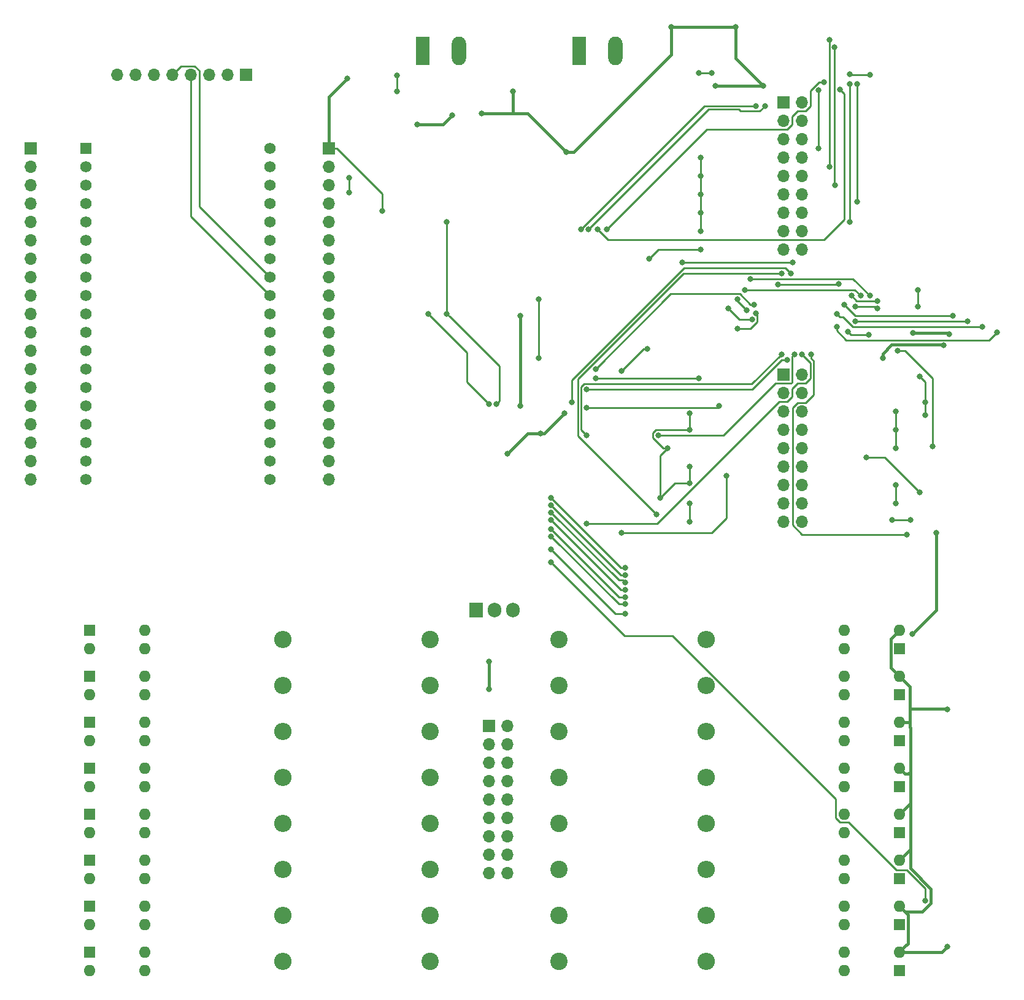
<source format=gbr>
G04 #@! TF.GenerationSoftware,KiCad,Pcbnew,(5.1.4)-1*
G04 #@! TF.CreationDate,2019-12-26T01:30:00-05:00*
G04 #@! TF.ProjectId,SingleBMS,53696e67-6c65-4424-9d53-2e6b69636164,rev?*
G04 #@! TF.SameCoordinates,Original*
G04 #@! TF.FileFunction,Copper,L2,Bot*
G04 #@! TF.FilePolarity,Positive*
%FSLAX46Y46*%
G04 Gerber Fmt 4.6, Leading zero omitted, Abs format (unit mm)*
G04 Created by KiCad (PCBNEW (5.1.4)-1) date 2019-12-26 01:30:00*
%MOMM*%
%LPD*%
G04 APERTURE LIST*
%ADD10O,2.400000X2.400000*%
%ADD11C,2.400000*%
%ADD12O,1.700000X1.700000*%
%ADD13R,1.700000X1.700000*%
%ADD14R,1.560000X1.560000*%
%ADD15C,1.560000*%
%ADD16O,1.980000X3.960000*%
%ADD17R,1.980000X3.960000*%
%ADD18R,1.905000X2.000000*%
%ADD19O,1.905000X2.000000*%
%ADD20O,1.600000X1.600000*%
%ADD21R,1.600000X1.600000*%
%ADD22C,0.800000*%
%ADD23C,0.381000*%
%ADD24C,0.254000*%
%ADD25C,0.250000*%
G04 APERTURE END LIST*
D10*
X228854000Y-100838000D03*
D11*
X208534000Y-100838000D03*
D10*
X228854000Y-107188000D03*
D11*
X208534000Y-107188000D03*
D10*
X228854000Y-113538000D03*
D11*
X208534000Y-113538000D03*
D10*
X228854000Y-119888000D03*
D11*
X208534000Y-119888000D03*
D10*
X228854000Y-126238000D03*
D11*
X208534000Y-126238000D03*
D10*
X228854000Y-132588000D03*
D11*
X208534000Y-132588000D03*
D10*
X228854000Y-138938000D03*
D11*
X208534000Y-138938000D03*
D10*
X228854000Y-145288000D03*
D11*
X208534000Y-145288000D03*
D10*
X170434000Y-145288000D03*
D11*
X190754000Y-145288000D03*
D10*
X170434000Y-138938000D03*
D11*
X190754000Y-138938000D03*
D10*
X170434000Y-132588000D03*
D11*
X190754000Y-132588000D03*
D10*
X170434000Y-126238000D03*
D11*
X190754000Y-126238000D03*
D10*
X170434000Y-119888000D03*
D11*
X190754000Y-119888000D03*
D10*
X170434000Y-113538000D03*
D11*
X190754000Y-113538000D03*
D10*
X170434000Y-107188000D03*
D11*
X190754000Y-107188000D03*
D10*
X170434000Y-100838000D03*
D11*
X190754000Y-100838000D03*
D12*
X198882000Y-115316000D03*
X201422000Y-120396000D03*
X198882000Y-117856000D03*
X201422000Y-115316000D03*
X198882000Y-120396000D03*
X201422000Y-112776000D03*
D13*
X198882000Y-112776000D03*
D12*
X201422000Y-128016000D03*
X201422000Y-122936000D03*
X198882000Y-125476000D03*
X201422000Y-117856000D03*
X198882000Y-130556000D03*
X198882000Y-128016000D03*
X198882000Y-133096000D03*
X201422000Y-133096000D03*
X198882000Y-122936000D03*
X201422000Y-130556000D03*
X201422000Y-125476000D03*
X239522000Y-34290000D03*
X242062000Y-36830000D03*
X242062000Y-39370000D03*
X239522000Y-41910000D03*
X239522000Y-44450000D03*
X242062000Y-26670000D03*
X242062000Y-29210000D03*
X242062000Y-34290000D03*
X242062000Y-41910000D03*
X242062000Y-44450000D03*
D13*
X239522000Y-26670000D03*
D12*
X239522000Y-29210000D03*
X239522000Y-31750000D03*
X242062000Y-31750000D03*
X239522000Y-36830000D03*
X239522000Y-39370000D03*
X239522000Y-46990000D03*
X242062000Y-46990000D03*
X239522000Y-71882000D03*
X242062000Y-74422000D03*
X242062000Y-76962000D03*
X239522000Y-79502000D03*
X239522000Y-82042000D03*
X242062000Y-64262000D03*
X242062000Y-66802000D03*
X242062000Y-71882000D03*
X242062000Y-79502000D03*
X242062000Y-82042000D03*
D13*
X239522000Y-64262000D03*
D12*
X239522000Y-66802000D03*
X239522000Y-69342000D03*
X242062000Y-69342000D03*
X239522000Y-74422000D03*
X239522000Y-76962000D03*
X239522000Y-84582000D03*
X242062000Y-84582000D03*
D13*
X176784000Y-33020000D03*
D12*
X176784000Y-35560000D03*
X176784000Y-38100000D03*
X176784000Y-40640000D03*
X176784000Y-43180000D03*
X176784000Y-45720000D03*
X176784000Y-48260000D03*
X176784000Y-50800000D03*
X176784000Y-53340000D03*
X176784000Y-55880000D03*
X176784000Y-58420000D03*
X176784000Y-60960000D03*
X176784000Y-63500000D03*
X176784000Y-66040000D03*
X176784000Y-68580000D03*
X176784000Y-71120000D03*
X176784000Y-73660000D03*
X176784000Y-76200000D03*
X176784000Y-78740000D03*
D14*
X143256000Y-33072000D03*
D15*
X143256000Y-35612000D03*
X143256000Y-78792000D03*
X143256000Y-38152000D03*
X143256000Y-40692000D03*
X143256000Y-43232000D03*
X143256000Y-45772000D03*
X143256000Y-48312000D03*
X143256000Y-50852000D03*
X143256000Y-53392000D03*
X143256000Y-55932000D03*
X143256000Y-58472000D03*
X143256000Y-61012000D03*
X143256000Y-63552000D03*
X143256000Y-66092000D03*
X143256000Y-68632000D03*
X143256000Y-71172000D03*
X143256000Y-73712000D03*
X143256000Y-76252000D03*
X168656000Y-33072000D03*
X168656000Y-35612000D03*
X168656000Y-38152000D03*
X168656000Y-40692000D03*
X168656000Y-43232000D03*
X168656000Y-45772000D03*
X168656000Y-48312000D03*
X168656000Y-50852000D03*
X168656000Y-53392000D03*
X168656000Y-55932000D03*
X168656000Y-58472000D03*
X168656000Y-61012000D03*
X168656000Y-63552000D03*
X168656000Y-66092000D03*
X168656000Y-68632000D03*
X168656000Y-71172000D03*
X168656000Y-73712000D03*
X168656000Y-76252000D03*
X168656000Y-78792000D03*
D12*
X135636000Y-78740000D03*
X135636000Y-76200000D03*
X135636000Y-73660000D03*
X135636000Y-71120000D03*
X135636000Y-68580000D03*
X135636000Y-66040000D03*
X135636000Y-63500000D03*
X135636000Y-60960000D03*
X135636000Y-58420000D03*
X135636000Y-55880000D03*
X135636000Y-53340000D03*
X135636000Y-50800000D03*
X135636000Y-48260000D03*
X135636000Y-45720000D03*
X135636000Y-43180000D03*
X135636000Y-40640000D03*
X135636000Y-38100000D03*
X135636000Y-35560000D03*
D13*
X135636000Y-33020000D03*
D16*
X216328000Y-19558000D03*
D17*
X211328000Y-19558000D03*
D13*
X165354000Y-22860000D03*
D12*
X162814000Y-22860000D03*
X160274000Y-22860000D03*
X157734000Y-22860000D03*
X155194000Y-22860000D03*
X152654000Y-22860000D03*
X150114000Y-22860000D03*
X147574000Y-22860000D03*
D17*
X189738000Y-19558000D03*
D16*
X194738000Y-19558000D03*
D18*
X197104000Y-96774000D03*
D19*
X199644000Y-96774000D03*
X202184000Y-96774000D03*
D20*
X151384000Y-99568000D03*
X143764000Y-102108000D03*
X151384000Y-102108000D03*
D21*
X143764000Y-99568000D03*
X143764000Y-105918000D03*
D20*
X151384000Y-108458000D03*
X143764000Y-108458000D03*
X151384000Y-105918000D03*
X151384000Y-112268000D03*
X143764000Y-114808000D03*
X151384000Y-114808000D03*
D21*
X143764000Y-112268000D03*
X143764000Y-118618000D03*
D20*
X151384000Y-121158000D03*
X143764000Y-121158000D03*
X151384000Y-118618000D03*
X151384000Y-124968000D03*
X143764000Y-127508000D03*
X151384000Y-127508000D03*
D21*
X143764000Y-124968000D03*
X143764000Y-131318000D03*
D20*
X151384000Y-133858000D03*
X143764000Y-133858000D03*
X151384000Y-131318000D03*
X151384000Y-137668000D03*
X143764000Y-140208000D03*
X151384000Y-140208000D03*
D21*
X143764000Y-137668000D03*
X143764000Y-144018000D03*
D20*
X151384000Y-146558000D03*
X143764000Y-146558000D03*
X151384000Y-144018000D03*
X247904000Y-146558000D03*
X255524000Y-144018000D03*
X247904000Y-144018000D03*
D21*
X255524000Y-146558000D03*
X255524000Y-140208000D03*
D20*
X247904000Y-137668000D03*
X255524000Y-137668000D03*
X247904000Y-140208000D03*
D21*
X255524000Y-133858000D03*
D20*
X247904000Y-131318000D03*
X255524000Y-131318000D03*
X247904000Y-133858000D03*
X247904000Y-127508000D03*
X255524000Y-124968000D03*
X247904000Y-124968000D03*
D21*
X255524000Y-127508000D03*
D20*
X247904000Y-121158000D03*
X255524000Y-118618000D03*
X247904000Y-118618000D03*
D21*
X255524000Y-121158000D03*
X255524000Y-114808000D03*
D20*
X247904000Y-112268000D03*
X255524000Y-112268000D03*
X247904000Y-114808000D03*
X247904000Y-108458000D03*
X255524000Y-105918000D03*
X247904000Y-105918000D03*
D21*
X255524000Y-108458000D03*
X255524000Y-102108000D03*
D20*
X247904000Y-99568000D03*
X255524000Y-99568000D03*
X247904000Y-102108000D03*
D22*
X203200000Y-68580000D03*
X203200000Y-56134000D03*
X205994000Y-72390000D03*
X257302000Y-100076000D03*
X260604000Y-86106000D03*
X262128000Y-110490000D03*
X262128000Y-143256000D03*
X179324000Y-23368000D03*
X197866000Y-28194000D03*
X209550000Y-33528000D03*
X188976000Y-29718000D03*
X193802000Y-28448000D03*
X202184000Y-25146000D03*
X253238000Y-61976000D03*
X261620000Y-60261068D03*
X257422933Y-58553067D03*
X262382000Y-58674000D03*
X255016000Y-71882000D03*
X255016000Y-69342000D03*
X259080000Y-69850000D03*
X259080000Y-68072000D03*
X258318000Y-64516000D03*
X255016000Y-74422000D03*
X258064000Y-54864000D03*
X258064000Y-52578000D03*
X230124000Y-24384000D03*
X236728000Y-24384000D03*
X228092000Y-34290000D03*
X228092000Y-36830000D03*
X228092000Y-39370000D03*
X228092000Y-41910000D03*
X228092000Y-44450000D03*
X224028000Y-16256000D03*
X228092000Y-46990000D03*
X220980000Y-48260000D03*
X232918000Y-16256000D03*
X209296000Y-69596000D03*
X198882000Y-107696000D03*
X198882000Y-103886000D03*
X226568000Y-71882000D03*
X223520000Y-74422000D03*
X226568000Y-69596000D03*
X226568000Y-76962000D03*
X226568000Y-79248000D03*
X222504000Y-81280000D03*
X255016000Y-82042000D03*
X255016000Y-79502000D03*
X226568000Y-84582000D03*
X226568000Y-82042000D03*
X217170000Y-63754000D03*
X220726000Y-60706000D03*
X184150000Y-41656000D03*
X201422000Y-75184000D03*
X248666000Y-24130000D03*
X248666000Y-43180000D03*
X249682000Y-24130000D03*
X249682000Y-40386000D03*
X246599000Y-19050000D03*
X246634000Y-38100000D03*
X245872000Y-18034000D03*
X245872000Y-35560000D03*
X244348000Y-25034980D03*
X244348000Y-33020000D03*
X179578000Y-39116000D03*
X179578000Y-37084000D03*
X193040000Y-43180000D03*
X193040000Y-55880000D03*
X199898000Y-68326000D03*
X190500000Y-55880000D03*
X198882000Y-68326000D03*
X205740000Y-53848000D03*
X205740000Y-61976000D03*
X248405933Y-58332000D03*
X251339067Y-58807067D03*
X229616000Y-22606000D03*
X227838000Y-22606000D03*
X251460000Y-22860000D03*
X248700067Y-22825933D03*
X212344000Y-68834000D03*
X230632000Y-68580000D03*
X213614000Y-64770000D03*
X227838000Y-64770000D03*
X217170000Y-86106000D03*
X231648000Y-78232000D03*
X257048000Y-84328000D03*
X254508000Y-84328000D03*
X258318000Y-80518000D03*
X250952000Y-75692000D03*
X207485010Y-88392000D03*
X217678000Y-97282000D03*
X207485010Y-90170000D03*
X259080000Y-136906000D03*
X207478943Y-86620067D03*
X217678958Y-95984895D03*
X207485010Y-85598000D03*
X217674734Y-94984902D03*
X207466809Y-84346201D03*
X217678000Y-93980000D03*
X207472876Y-83324134D03*
X217678000Y-92964000D03*
X207478943Y-82302067D03*
X217678000Y-91948000D03*
X207485010Y-81280000D03*
X217678000Y-90932000D03*
X238760000Y-51816000D03*
X247142000Y-51787500D03*
X240792000Y-48768000D03*
X225552000Y-48768000D03*
X221996000Y-83566000D03*
X239268000Y-50292000D03*
X210312000Y-68072000D03*
X240538000Y-50292000D03*
X213614000Y-63500000D03*
X235458000Y-54610000D03*
X212344000Y-84836000D03*
X242062000Y-61468000D03*
X222250000Y-72644000D03*
X241046000Y-61468000D03*
X233172000Y-57912000D03*
X235758701Y-55809949D03*
X212344000Y-66294000D03*
X240030000Y-62230000D03*
X212344000Y-72644000D03*
X239268000Y-61468000D03*
X231902000Y-55118000D03*
X235204000Y-56642000D03*
X233172000Y-53848000D03*
X234442000Y-55372000D03*
X234950000Y-51054000D03*
X251460000Y-53368500D03*
X234188000Y-52578000D03*
X250190000Y-53368500D03*
X246888000Y-57658000D03*
X268986000Y-58420000D03*
X246888000Y-55886000D03*
X266954000Y-57658000D03*
X255270000Y-60960000D03*
X260096000Y-74168000D03*
X243332000Y-61468000D03*
X256540000Y-86360000D03*
X249428000Y-56896000D03*
X264922000Y-56896000D03*
X247904000Y-54610000D03*
X262890000Y-56134000D03*
X249428000Y-54864000D03*
X252476000Y-55118000D03*
X248920000Y-53368500D03*
X252476000Y-54102000D03*
X235712000Y-27178000D03*
X211582000Y-44196000D03*
X236982000Y-27178000D03*
X212604067Y-44202067D03*
X247360373Y-24919100D03*
X213868000Y-44196000D03*
X245110000Y-23876000D03*
X215138000Y-44196000D03*
X186182000Y-22938999D03*
X186182000Y-25146000D03*
D23*
X203200000Y-68580000D02*
X203200000Y-56134000D01*
X257302000Y-100076000D02*
X260604000Y-96774000D01*
X260604000Y-96774000D02*
X260604000Y-86106000D01*
X256995942Y-112977942D02*
X257048000Y-113030000D01*
X262075942Y-110437942D02*
X262128000Y-110490000D01*
X256995942Y-110437942D02*
X262075942Y-110437942D01*
X257048000Y-113030000D02*
X257048000Y-119126000D01*
X256794000Y-112268000D02*
X255524000Y-112268000D01*
X256995942Y-112469942D02*
X256794000Y-112268000D01*
X256995942Y-112469942D02*
X256995942Y-112977942D01*
X256995942Y-110437942D02*
X256995942Y-112469942D01*
X256995942Y-107389942D02*
X255524000Y-105918000D01*
X256995942Y-110437942D02*
X256995942Y-107389942D01*
X256323999Y-119417999D02*
X255524000Y-118618000D01*
X256756001Y-119417999D02*
X256323999Y-119417999D01*
X257048000Y-119126000D02*
X256756001Y-119417999D01*
X257048000Y-123444000D02*
X255524000Y-124968000D01*
X257048000Y-119126000D02*
X257048000Y-123444000D01*
X257048000Y-129794000D02*
X255524000Y-131318000D01*
X257048000Y-123444000D02*
X257048000Y-129794000D01*
X256323999Y-138467999D02*
X255524000Y-137668000D01*
X258687943Y-138467999D02*
X256323999Y-138467999D01*
X259870501Y-137285441D02*
X258687943Y-138467999D01*
X259870501Y-135284030D02*
X259870501Y-137285441D01*
X257048000Y-132461529D02*
X259870501Y-135284030D01*
X257048000Y-129794000D02*
X257048000Y-132461529D01*
X256323999Y-143218001D02*
X255524000Y-144018000D01*
X256714501Y-142827499D02*
X256323999Y-143218001D01*
X256714501Y-138858501D02*
X256714501Y-142827499D01*
X255524000Y-137668000D02*
X256714501Y-138858501D01*
X255524000Y-144018000D02*
X261366000Y-144018000D01*
X261366000Y-144018000D02*
X262128000Y-143256000D01*
X176784000Y-33020000D02*
X176784000Y-25908000D01*
X176784000Y-25908000D02*
X179324000Y-23368000D01*
X204216000Y-28194000D02*
X209550000Y-33528000D01*
X188976000Y-29718000D02*
X192532000Y-29718000D01*
X192532000Y-29718000D02*
X193802000Y-28448000D01*
X202184000Y-28194000D02*
X202184000Y-25146000D01*
X202184000Y-28194000D02*
X204216000Y-28194000D01*
X197866000Y-28194000D02*
X202184000Y-28194000D01*
X261528431Y-60169499D02*
X261620000Y-60261068D01*
X254478816Y-60169499D02*
X261528431Y-60169499D01*
X253238000Y-61976000D02*
X253238000Y-61410315D01*
X253238000Y-61410315D02*
X254478816Y-60169499D01*
X257422933Y-58553067D02*
X262261067Y-58553067D01*
X262261067Y-58553067D02*
X262382000Y-58674000D01*
D24*
X255016000Y-71882000D02*
X255016000Y-69342000D01*
X259080000Y-69850000D02*
X259080000Y-68072000D01*
X259080000Y-68072000D02*
X259080000Y-65278000D01*
X259080000Y-65278000D02*
X258318000Y-64516000D01*
X255016000Y-71882000D02*
X255016000Y-74422000D01*
X258064000Y-54864000D02*
X258064000Y-52578000D01*
X228092000Y-34290000D02*
X228092000Y-36830000D01*
X228092000Y-36830000D02*
X228092000Y-39370000D01*
X228092000Y-39370000D02*
X228092000Y-41910000D01*
X228092000Y-41910000D02*
X228092000Y-44450000D01*
X228092000Y-46990000D02*
X222250000Y-46990000D01*
X222250000Y-46990000D02*
X220980000Y-48260000D01*
D23*
X254724001Y-105118001D02*
X255524000Y-105918000D01*
X254333499Y-104727499D02*
X254724001Y-105118001D01*
X254333499Y-100758501D02*
X254333499Y-104727499D01*
X255524000Y-99568000D02*
X254333499Y-100758501D01*
X209550000Y-33528000D02*
X210566000Y-33528000D01*
X224028000Y-20066000D02*
X224028000Y-16256000D01*
X210566000Y-33528000D02*
X224028000Y-20066000D01*
X224028000Y-16256000D02*
X232918000Y-16256000D01*
X232918000Y-20574000D02*
X236728000Y-24384000D01*
X232918000Y-16256000D02*
X232918000Y-20574000D01*
X236728000Y-24384000D02*
X230124000Y-24384000D01*
X206502000Y-72390000D02*
X205994000Y-72390000D01*
X209296000Y-69596000D02*
X206502000Y-72390000D01*
X198882000Y-107696000D02*
X198882000Y-103886000D01*
D24*
X222952038Y-74422000D02*
X223520000Y-74422000D01*
X221522999Y-72992961D02*
X222952038Y-74422000D01*
X221522999Y-72295039D02*
X221522999Y-72992961D01*
X226568000Y-71882000D02*
X221936038Y-71882000D01*
X221936038Y-71882000D02*
X221522999Y-72295039D01*
X226568000Y-71882000D02*
X226568000Y-69596000D01*
X226568000Y-76962000D02*
X226568000Y-79248000D01*
X224536000Y-79248000D02*
X226568000Y-79248000D01*
X222504000Y-81280000D02*
X224536000Y-79248000D01*
X222504000Y-75438000D02*
X223520000Y-74422000D01*
X222504000Y-81280000D02*
X222504000Y-75438000D01*
X255016000Y-82042000D02*
X255016000Y-79502000D01*
X226568000Y-84582000D02*
X226568000Y-82042000D01*
X217170000Y-63754000D02*
X220218000Y-60706000D01*
X220218000Y-60706000D02*
X220726000Y-60706000D01*
X177888000Y-33020000D02*
X176784000Y-33020000D01*
X184150000Y-39282000D02*
X177888000Y-33020000D01*
X184150000Y-41656000D02*
X184150000Y-39282000D01*
D23*
X204216000Y-72390000D02*
X205994000Y-72390000D01*
X201422000Y-75184000D02*
X204216000Y-72390000D01*
D24*
X248666000Y-24130000D02*
X248666000Y-43180000D01*
X249682000Y-24130000D02*
X249682000Y-40386000D01*
X246599000Y-19050000D02*
X246599000Y-38065000D01*
X246599000Y-38065000D02*
X246634000Y-38100000D01*
X245872000Y-18034000D02*
X245872000Y-35560000D01*
X244348000Y-25034980D02*
X244348000Y-33020000D01*
X179578000Y-39116000D02*
X179578000Y-37084000D01*
X156043999Y-22010001D02*
X155194000Y-22860000D01*
X156371001Y-21682999D02*
X156043999Y-22010001D01*
X158298961Y-21682999D02*
X156371001Y-21682999D01*
X158911001Y-22295039D02*
X158298961Y-21682999D01*
X158911001Y-41107001D02*
X158911001Y-22295039D01*
X168656000Y-50852000D02*
X158911001Y-41107001D01*
X157734000Y-42470000D02*
X157734000Y-22860000D01*
X168656000Y-53392000D02*
X157734000Y-42470000D01*
D25*
X190754000Y-126238000D02*
X190754000Y-125823700D01*
D24*
X193040000Y-43180000D02*
X193040000Y-55880000D01*
X193439999Y-56279999D02*
X193040000Y-55880000D01*
X200297999Y-63137999D02*
X193439999Y-56279999D01*
X200297999Y-67926001D02*
X200297999Y-63137999D01*
X199898000Y-68326000D02*
X200297999Y-67926001D01*
X195834000Y-61214000D02*
X190500000Y-55880000D01*
X195834000Y-65278000D02*
X195834000Y-61214000D01*
X198882000Y-68326000D02*
X195834000Y-65278000D01*
X205740000Y-53848000D02*
X205740000Y-61976000D01*
X248405933Y-58332000D02*
X248881000Y-58807067D01*
X248881000Y-58807067D02*
X251339067Y-58807067D01*
X229616000Y-22606000D02*
X227838000Y-22606000D01*
X251460000Y-22860000D02*
X248734134Y-22860000D01*
X248734134Y-22860000D02*
X248700067Y-22825933D01*
X212344000Y-68834000D02*
X230378000Y-68834000D01*
X230378000Y-68834000D02*
X230632000Y-68580000D01*
X213614000Y-64770000D02*
X227838000Y-64770000D01*
X231648000Y-84074000D02*
X231648000Y-79248000D01*
X217170000Y-86106000D02*
X229616000Y-86106000D01*
X229616000Y-86106000D02*
X231648000Y-84074000D01*
X231648000Y-79248000D02*
X231648000Y-78232000D01*
X257048000Y-84328000D02*
X254508000Y-84328000D01*
X258318000Y-80518000D02*
X253492000Y-75692000D01*
X253492000Y-75692000D02*
X250952000Y-75692000D01*
X207485010Y-88392000D02*
X216375010Y-97282000D01*
X216375010Y-97282000D02*
X217678000Y-97282000D01*
X207485010Y-90170000D02*
X217645010Y-100330000D01*
X259080000Y-135225398D02*
X259080000Y-136906000D01*
X256585601Y-132730999D02*
X259080000Y-135225398D01*
X255158999Y-132730999D02*
X256585601Y-132730999D01*
X224255962Y-100330000D02*
X246776999Y-122851037D01*
X217645010Y-100330000D02*
X224255962Y-100330000D01*
X246776999Y-122851037D02*
X246776999Y-125508961D01*
X246776999Y-125508961D02*
X247363039Y-126095001D01*
X247363039Y-126095001D02*
X248523001Y-126095001D01*
X248523001Y-126095001D02*
X255158999Y-132730999D01*
X207478943Y-86620067D02*
X216843771Y-95984895D01*
X216843771Y-95984895D02*
X217678958Y-95984895D01*
X207485010Y-85598000D02*
X216871912Y-94984902D01*
X216871912Y-94984902D02*
X217674734Y-94984902D01*
X207466809Y-84346201D02*
X217100608Y-93980000D01*
X217100608Y-93980000D02*
X217678000Y-93980000D01*
X217389001Y-92675001D02*
X217678000Y-92964000D01*
X207472876Y-83324134D02*
X216823743Y-92675001D01*
X216823743Y-92675001D02*
X217389001Y-92675001D01*
X207478943Y-82302067D02*
X217124876Y-91948000D01*
X217124876Y-91948000D02*
X217678000Y-91948000D01*
X207485010Y-81280000D02*
X217137010Y-90932000D01*
X217137010Y-90932000D02*
X217678000Y-90932000D01*
X238760000Y-51816000D02*
X247113500Y-51816000D01*
X247113500Y-51816000D02*
X247142000Y-51787500D01*
X240792000Y-48768000D02*
X225552000Y-48768000D01*
X211162989Y-64875049D02*
X225746038Y-50292000D01*
X221996000Y-83566000D02*
X211162989Y-72732989D01*
X211162989Y-72732989D02*
X211162989Y-64875049D01*
X225746038Y-50292000D02*
X239268000Y-50292000D01*
X239810999Y-49564999D02*
X240538000Y-50292000D01*
X225830972Y-49564999D02*
X239810999Y-49564999D01*
X210312000Y-65083970D02*
X210341985Y-65053985D01*
X210312000Y-68072000D02*
X210312000Y-65083970D01*
X210341985Y-65053985D02*
X225830972Y-49564999D01*
X235009962Y-54610000D02*
X235458000Y-54610000D01*
X233520961Y-53120999D02*
X235009962Y-54610000D01*
X213614000Y-63500000D02*
X223993001Y-53120999D01*
X223993001Y-53120999D02*
X233520961Y-53120999D01*
X243239001Y-62645001D02*
X242062000Y-61468000D01*
X243239001Y-64826961D02*
X243239001Y-62645001D01*
X242626961Y-65439001D02*
X243239001Y-64826961D01*
X222100040Y-84836000D02*
X238957039Y-67979001D01*
X241497039Y-65439001D02*
X242626961Y-65439001D01*
X212344000Y-84836000D02*
X222100040Y-84836000D01*
X238957039Y-67979001D02*
X240086961Y-67979001D01*
X240086961Y-67979001D02*
X240699001Y-67366961D01*
X240699001Y-67366961D02*
X240699001Y-66237039D01*
X240699001Y-66237039D02*
X241497039Y-65439001D01*
X231205400Y-72644000D02*
X238410399Y-65439001D01*
X238410399Y-65439001D02*
X240633601Y-65439001D01*
X240633601Y-65439001D02*
X240757001Y-65315601D01*
X222250000Y-72644000D02*
X231205400Y-72644000D01*
X240757001Y-65315601D02*
X240757001Y-61756999D01*
X240757001Y-61756999D02*
X241046000Y-61468000D01*
X235931001Y-55982249D02*
X235758701Y-55809949D01*
X235931001Y-56990961D02*
X235931001Y-55982249D01*
X233172000Y-57912000D02*
X235009962Y-57912000D01*
X235009962Y-57912000D02*
X235931001Y-56990961D01*
X239265398Y-62230000D02*
X240030000Y-62230000D01*
X212344000Y-66294000D02*
X235201398Y-66294000D01*
X235201398Y-66294000D02*
X239265398Y-62230000D01*
X235169001Y-65566999D02*
X239268000Y-61468000D01*
X211995039Y-65566999D02*
X235169001Y-65566999D01*
X211616999Y-65945039D02*
X211995039Y-65566999D01*
X212344000Y-72644000D02*
X211616999Y-71916999D01*
X211616999Y-71916999D02*
X211616999Y-65945039D01*
X231902000Y-55118000D02*
X233426000Y-56642000D01*
X233426000Y-56642000D02*
X235204000Y-56642000D01*
X233172000Y-53848000D02*
X233172000Y-54102000D01*
X233172000Y-54102000D02*
X234442000Y-55372000D01*
X234950000Y-51054000D02*
X243332000Y-51054000D01*
X243332000Y-51054000D02*
X249145500Y-51054000D01*
X249145500Y-51054000D02*
X251460000Y-53368500D01*
X234188000Y-52578000D02*
X249399500Y-52578000D01*
X249399500Y-52578000D02*
X250190000Y-53368500D01*
X267871932Y-59534068D02*
X268986000Y-58420000D01*
X248198383Y-59534068D02*
X267871932Y-59534068D01*
X246888000Y-57658000D02*
X246888000Y-58223685D01*
X246888000Y-58223685D02*
X248198383Y-59534068D01*
X249114038Y-57658000D02*
X266954000Y-57658000D01*
X247742037Y-56285999D02*
X249114038Y-57658000D01*
X246888000Y-55886000D02*
X247287999Y-56285999D01*
X247287999Y-56285999D02*
X247742037Y-56285999D01*
X255270000Y-60960000D02*
X256286000Y-60960000D01*
X256286000Y-60960000D02*
X260096000Y-64770000D01*
X260096000Y-64770000D02*
X260096000Y-74168000D01*
X241497039Y-68164999D02*
X240792000Y-68870038D01*
X242626961Y-68164999D02*
X241497039Y-68164999D01*
X243693011Y-67098949D02*
X242626961Y-68164999D01*
X243693011Y-62394696D02*
X243693011Y-67098949D01*
X243332000Y-61468000D02*
X243332000Y-62033685D01*
X243332000Y-62033685D02*
X243693011Y-62394696D01*
X242098038Y-86360000D02*
X256540000Y-86360000D01*
X240792000Y-68870038D02*
X240792000Y-85053962D01*
X240792000Y-85053962D02*
X242098038Y-86360000D01*
X249428000Y-56896000D02*
X264922000Y-56896000D01*
X247904000Y-54610000D02*
X249428000Y-56134000D01*
X249428000Y-56134000D02*
X262890000Y-56134000D01*
X249428000Y-54864000D02*
X252222000Y-54864000D01*
X252222000Y-54864000D02*
X252476000Y-55118000D01*
X248920000Y-53368500D02*
X249653500Y-54102000D01*
X249653500Y-54102000D02*
X252476000Y-54102000D01*
X235712000Y-27178000D02*
X228600000Y-27178000D01*
X228600000Y-27178000D02*
X211582000Y-44196000D01*
X233645001Y-27905001D02*
X233372010Y-27632010D01*
X236982000Y-27178000D02*
X236254999Y-27905001D01*
X236254999Y-27905001D02*
X233645001Y-27905001D01*
X233372010Y-27632010D02*
X229174124Y-27632010D01*
X229174124Y-27632010D02*
X212604067Y-44202067D01*
X215299001Y-45627001D02*
X213868000Y-44196000D01*
X245166961Y-45627001D02*
X215299001Y-45627001D01*
X247939000Y-42854962D02*
X245166961Y-45627001D01*
X247360373Y-24919100D02*
X247939000Y-25497727D01*
X247939000Y-25497727D02*
X247939000Y-42854962D01*
X240086961Y-30387001D02*
X228946999Y-30387001D01*
X240699001Y-29774961D02*
X240086961Y-30387001D01*
X240699001Y-28645039D02*
X240699001Y-29774961D01*
X228946999Y-30387001D02*
X215138000Y-44196000D01*
X244431018Y-23876000D02*
X243239001Y-25068017D01*
X245110000Y-23876000D02*
X244431018Y-23876000D01*
X243239001Y-25068017D02*
X243239001Y-27234961D01*
X243239001Y-27234961D02*
X242626961Y-27847001D01*
X242626961Y-27847001D02*
X241497039Y-27847001D01*
X241497039Y-27847001D02*
X240699001Y-28645039D01*
X186182000Y-22938999D02*
X186182000Y-25146000D01*
M02*

</source>
